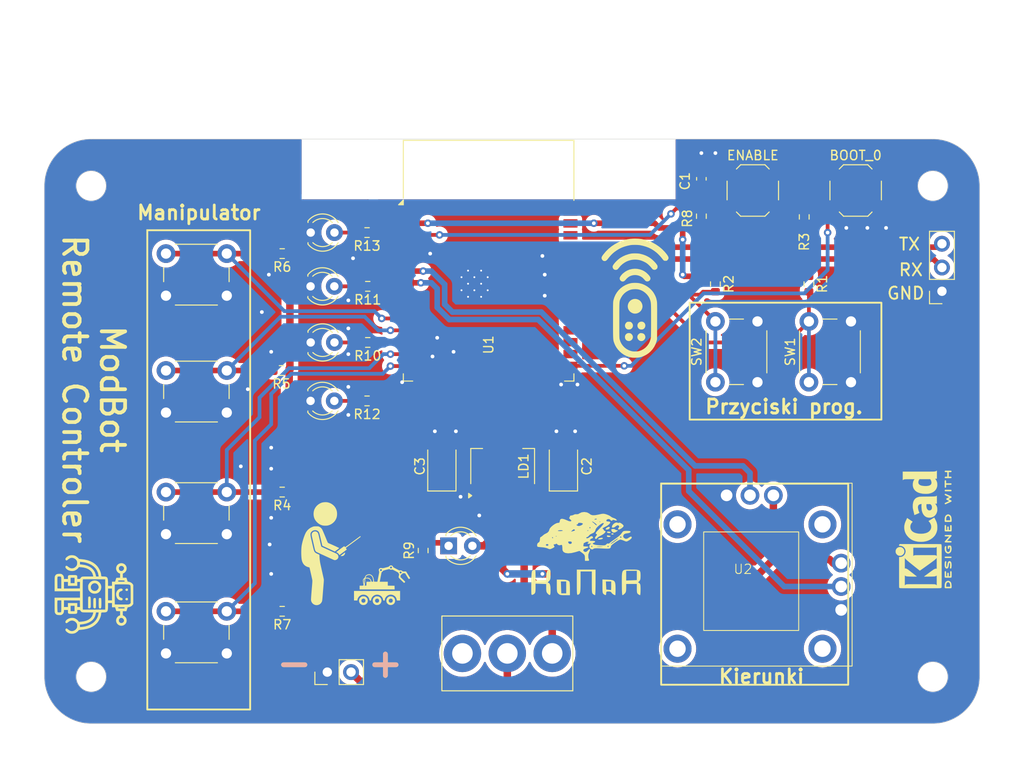
<source format=kicad_pcb>
(kicad_pcb (version 20240108) (generator "pcbnew") (generator_version "8.0")
  (layers (0 "F.Cu" signal) (31 "B.Cu" signal) (34 "B.Paste" user) (35 "F.Paste" user) (36 "B.SilkS" user "B.Silkscreen") (37 "F.SilkS" user "F.Silkscreen") (38 "B.Mask" user) (39 "F.Mask" user) (44 "Edge.Cuts" user))
  (net 0 "")
  (net 1 "GND")
  (net 4 "EN")
  (net 11 "+3V3")
  (net 14 "Net-(SW3A-C)")
  (net 20 "Net-(3v3_dioda1-K)")
  (net 21 "Net-(SW2A-C)")
  (net 22 "Net-(SW1A-C)")
  (net 24 "Net-(LD1-VIN)")
  (net 25 "Net-(BAT_GND1-Pin_2)")
  (net 26 "LED1")
  (net 29 "Net-(3v3_dioda2-A)")
  (net 30 "Net-(3v3_dioda3-A)")
  (net 31 "Net-(3v3_dioda4-A)")
  (net 32 "Net-(3v3_dioda5-A)")
  (net 33 "LED3")
  (net 34 "LED4")
  (net 35 "LED2")
  (net 38 "POT_1")
  (net 39 "POT_2")
  (net 40 "B1")
  (net 41 "B2")
  (net 42 "B3")
  (net 43 "B4")
  (net 44 "RX")
  (net 45 "TX")
  (footprint "Resistor_SMD:R_0603_1608Metric" (layer "F.Cu") (at 69.425 98.25 180)
    (property "Reference" "R4" (at 0 -1.43 180) (layer "F.SilkS"))
    (property "Value" "10k")
    (pad "1" smd roundrect (at -0.825 0 180) (size 0.8 0.95) (layers "F.Cu" "F.Paste" "F.Mask") (net 11 "+3V3"))
    (pad "2" smd roundrect (at 0.825 0 180) (size 0.8 0.95) (layers "F.Cu" "F.Paste" "F.Mask") (net 40 "B1"))
  )
  (footprint "Resistor_SMD:R_0603_1608Metric" (layer "F.Cu") (at 114.25 68.75 90)
    (property "Reference" "R8" (at -0.25 -1.5 -90) (layer "F.SilkS"))
    (property "Value" "10k")
    (pad "1" smd roundrect (at -0.825 0 90) (size 0.8 0.95) (layers "F.Cu" "F.Paste" "F.Mask") (net 11 "+3V3"))
    (pad "2" smd roundrect (at 0.825 0 90) (size 0.8 0.95) (layers "F.Cu" "F.Paste" "F.Mask") (net 4 "EN"))
  )
  (footprint "RF_Module:ESP32-WROOM-32D" (layer "F.Cu") (at 91.5 76.5)
    (property "Reference" "U1" (at 0 6 90) (layer "F.SilkS"))
    (property "Value" "ESP32-WROOM-32E")
    (pad "1" smd rect (at -8.75 -8.25) (size 1.5 0.9) (layers "F.Cu" "F.Paste" "F.Mask") (net 1 "GND"))
    (pad "2" smd rect (at -8.75 -6.98) (size 1.5 0.9) (layers "F.Cu" "F.Paste" "F.Mask") (net 11 "+3V3"))
    (pad "3" smd rect (at -8.75 -5.71) (size 1.5 0.9) (layers "F.Cu" "F.Paste" "F.Mask") (net 4 "EN"))
    (pad "4" smd rect (at -8.75 -4.44) (size 1.5 0.9) (layers "F.Cu" "F.Paste" "F.Mask"))
    (pad "5" smd rect (at -8.75 -3.17) (size 1.5 0.9) (layers "F.Cu" "F.Paste" "F.Mask"))
    (pad "6" smd rect (at -8.75 -1.9) (size 1.5 0.9) (layers "F.Cu" "F.Paste" "F.Mask") (net 38 "POT_1"))
    (pad "7" smd rect (at -8.75 -0.63) (size 1.5 0.9) (layers "F.Cu" "F.Paste" "F.Mask") (net 39 "POT_2"))
    (pad "8" smd rect (at -8.75 0.64) (size 1.5 0.9) (layers "F.Cu" "F.Paste" "F.Mask") (net 35 "LED2"))
    (pad "9" smd rect (at -8.75 1.91) (size 1.5 0.9) (layers "F.Cu" "F.Paste" "F.Mask") (net 33 "LED3"))
    (pad "10" smd rect (at -8.75 3.18) (size 1.5 0.9) (layers "F.Cu" "F.Paste" "F.Mask") (net 42 "B3"))
    (pad "11" smd rect (at -8.75 4.45) (size 1.5 0.9) (layers "F.Cu" "F.Paste" "F.Mask") (net 41 "B2"))
    (pad "12" smd rect (at -8.75 5.72) (size 1.5 0.9) (layers "F.Cu" "F.Paste" "F.Mask") (net 26 "LED1"))
    (pad "13" smd rect (at -8.75 6.99) (size 1.5 0.9) (layers "F.Cu" "F.Paste" "F.Mask") (net 40 "B1"))
    (pad "14" smd rect (at -8.75 8.26) (size 1.5 0.9) (layers "F.Cu" "F.Paste" "F.Mask") (net 43 "B4"))
    (pad "15" smd rect (at -5.71 9.51 90) (size 1.5 0.9) (layers "F.Cu" "F.Paste" "F.Mask") (net 1 "GND"))
    (pad "16" smd rect (at -4.44 9.51 90) (size 1.5 0.9) (layers "F.Cu" "F.Paste" "F.Mask") (net 34 "LED4"))
    (pad "17" smd rect (at -3.17 9.51 90) (size 1.5 0.9) (layers "F.Cu" "F.Paste" "F.Mask"))
    (pad "18" smd rect (at -1.9 9.51 90) (size 1.5 0.9) (layers "F.Cu" "F.Paste" "F.Mask"))
    (pad "19" smd rect (at -0.63 9.51 90) (size 1.5 0.9) (layers "F.Cu" "F.Paste" "F.Mask"))
    (pad "20" smd rect (at 0.64 9.51 90) (size 1.5 0.9) (layers "F.Cu" "F.Paste" "F.Mask"))
    (pad "21" smd rect (at 1.91 9.51 90) (size 1.5 0.9) (layers "F.Cu" "F.Paste" "F.Mask"))
    (pad "22" smd rect (at 3.18 9.51 90) (size 1.5 0.9) (layers "F.Cu" "F.Paste" "F.Mask"))
    (pad "23" smd rect (at 4.45 9.51 90) (size 1.5 0.9) (layers "F.Cu" "F.Paste" "F.Mask"))
    (pad "24" smd rect (at 5.72 9.51 90) (size 1.5 0.9) (layers "F.Cu" "F.Paste" "F.Mask"))
    (pad "25" smd rect (at 8.75 8.26) (size 1.5 0.9) (layers "F.Cu" "F.Paste" "F.Mask") (net 14 "Net-(SW3A-C)"))
    (pad "26" smd rect (at 8.75 6.99) (size 1.5 0.9) (layers "F.Cu" "F.Paste" "F.Mask"))
    (pad "27" smd rect (at 8.75 5.72) (size 1.5 0.9) (layers "F.Cu" "F.Paste" "F.Mask"))
    (pad "28" smd rect (at 8.75 4.45) (size 1.5 0.9) (layers "F.Cu" "F.Paste" "F.Mask"))
    (pad "29" smd rect (at 8.75 3.18) (size 1.5 0.9) (layers "F.Cu" "F.Paste" "F.Mask"))
    (pad "30" smd rect (at 8.75 1.91) (size 1.5 0.9) (layers "F.Cu" "F.Paste" "F.Mask") (net 22 "Net-(SW1A-C)"))
    (pad "31" smd rect (at 8.75 0.64) (size 1.5 0.9) (layers "F.Cu" "F.Paste" "F.Mask") (net 21 "Net-(SW2A-C)"))
    (pad "32" smd rect (at 8.75 -0.63) (size 1.5 0.9) (layers "F.Cu" "F.Paste" "F.Mask"))
    (pad "33" smd rect (at 8.75 -1.9) (size 1.5 0.9) (layers "F.Cu" "F.Paste" "F.Mask"))
    (pad "34" smd rect (at 8.75 -3.17) (size 1.5 0.9) (layers "F.Cu" "F.Paste" "F.Mask") (net 44 "RX"))
    (pad "35" smd rect (at 8.75 -4.44) (size 1.5 0.9) (layers "F.Cu" "F.Paste" "F.Mask") (net 45 "TX"))
    (pad "36" smd rect (at 8.75 -5.71) (size 1.5 0.9) (layers "F.Cu" "F.Paste" "F.Mask"))
    (pad "37" smd rect (at 8.75 -6.98) (size 1.5 0.9) (layers "F.Cu" "F.Paste" "F.Mask"))
    (pad "38" smd rect (at 8.75 -8.25) (size 1.5 0.9) (layers "F.Cu" "F.Paste" "F.Mask") (net 1 "GND"))
    (pad "39" smd rect (at -2.9 -1.93) (size 0.9 0.9) (layers "F.Cu" "F.Paste") (net 1 "GND"))
    (pad "39" thru_hole circle (at -2.9 -1.23) (size 0.6 0.6) (drill 0.2) (property pad_prop_heatsink) (layers "*.Cu" "F.Mask") (net 1 "GND"))
    (pad "39" smd rect (at -2.9 -0.53) (size 0.9 0.9) (layers "F.Cu" "F.Paste") (net 1 "GND"))
    (pad "39" thru_hole circle (at -2.9 0.17) (size 0.6 0.6) (drill 0.2) (property pad_prop_heatsink) (layers "*.Cu" "F.Mask") (net 1 "GND"))
    (pad "39" smd rect (at -2.9 0.87) (size 0.9 0.9) (layers "F.Cu" "F.Paste") (net 1 "GND"))
    (pad "39" thru_hole circle (at -2.2 -1.93) (size 0.6 0.6) (drill 0.2) (property pad_prop_heatsink) (layers "*.Cu" "F.Mask") (net 1 "GND"))
    (pad "39" thru_hole circle (at -2.2 -0.53) (size 0.6 0.6) (drill 0.2) (property pad_prop_heatsink) (layers "*.Cu" "F.Mask") (net 1 "GND"))
    (pad "39" thru_hole circle (at -2.2 0.87) (size 0.6 0.6) (drill 0.2) (property pad_prop_heatsink) (layers "*.Cu" "F.Mask") (net 1 "GND"))
    (pad "39" thru_hole circle (at -1.525 -1.23) (size 0.6 0.6) (drill 0.2) (property pad_prop_heatsink) (layers "*.Cu" "F.Mask") (net 1 "GND"))
    (pad "39" thru_hole circle (at -1.525 0.17) (size 0.6 0.6) (drill 0.2) (property pad_prop_heatsink) (layers "*.Cu" "F.Mask") (net 1 "GND"))
    (pad "39" smd rect (at -1.5 -1.93) (size 0.9 0.9) (layers "F.Cu" "F.Paste") (net 1 "GND"))
    (pad "39" smd rect (at -1.5 -0.53) (size 0.9 0.9) (layers "F.Cu" "F.Paste") (net 1 "GND"))
    (pad "39" smd rect (at -1.5 -0.53) (size 3.8 3.8) (layers "F.Cu" "F.Mask") (net 1 "GND"))
    (pad "39" smd rect (at -1.5 0.87) (size 0.9 0.9) (layers "F.Cu" "F.Paste") (net 1 "GND"))
    (pad "39" thru_hole circle (at -0.8 -1.93) (size 0.6 0.6) (drill 0.2) (property pad_prop_heatsink) (layers "*.Cu" "F.Mask") (net 1 "GND"))
    (pad "39" thru_hole circle (at -0.8 -0.53) (size 0.6 0.6) (drill 0.2) (property pad_prop_heatsink) (layers "*.Cu" "F.Mask") (net 1 "GND"))
    (pad "39" thru_hole circle (at -0.8 0.87) (size 0.6 0.6) (drill 0.2) (property pad_prop_heatsink) (layers "*.Cu" "F.Mask") (net 1 "GND"))
    (pad "39" smd rect (at -0.1 -1.93) (size 0.9 0.9) (layers "F.Cu" "F.Paste") (net 1 "GND"))
    (pad "39" thru_hole circle (at -0.1 -1.23) (size 0.6 0.6) (drill 0.2) (property pad_prop_heatsink) (layers "*.Cu" "F.Mask") (net 1 "GND"))
    (pad "39" smd rect (at -0.1 -0.53) (size 0.9 0.9) (layers "F.Cu" "F.Paste") (net 1 "GND"))
    (pad "39" thru_hole circle (at -0.1 0.17) (size 0.6 0.6) (drill 0.2) (property pad_prop_heatsink) (layers "*.Cu" "F.Mask") (net 1 "GND"))
    (pad "39" smd rect (at -0.1 0.87) (size 0.9 0.9) (layers "F.Cu" "F.Paste") (net 1 "GND"))
    (zone (net 0) (net_name "") (layers "*.Cu") (connect_pads (clearance 0)) (min_thickness 0.254)
      (keepout (tracks not_allowed) (vias not_allowed) (pads not_allowed) (copperpour not_allowed) (footprints not_allowed))
      (fill (thermal_gap 0.508) (thermal_bridge_width 0.508))
      (polygon (pts (xy 71.5 66.95) (xy 111.5 66.95) (xy 111.5 45.76) (xy 71.5 45.76)))
    )
  )
  (footprint "Capacitor_Tantalum_SMD:CP_EIA-3528-21_Kemet-B_Pad1.50x2.35mm_HandSolder" (layer "F.Cu") (at 86.5 95.5 90)
    (property "Reference" "C3" (at 0 -2.35 90) (layer "F.SilkS"))
    (property "Value" "47u")
    (pad "1" smd roundrect (at -1.625 0 90) (size 1.5 2.35) (layers "F.Cu" "F.Paste" "F.Mask") (roundrect_rratio 0.166667) (net 11 "+3V3"))
    (pad "2" smd roundrect (at 1.625 0 90) (size 1.5 2.35) (layers "F.Cu" "F.Paste" "F.Mask") (roundrect_rratio 0.166667) (net 1 "GND"))
  )
  (footprint "Capacitor_SMD:C_0603_1608Metric" (layer "F.Cu") (at 114.25 64.75 -90)
    (property "Reference" "C1" (at 0.25 1.75 90) (layer "F.SilkS"))
    (property "Value" "100n")
    (pad "1" smd roundrect (at -0.775 0 270) (size 0.9 0.95) (layers "F.Cu" "F.Paste" "F.Mask") (net 1 "GND"))
    (pad "2" smd roundrect (at 0.775 0 270) (size 0.9 0.95) (layers "F.Cu" "F.Paste" "F.Mask") (net 4 "EN"))
  )
  (footprint "Button_Switch_THT:SW_PUSH_6mm" (layer "F.Cu") (at 57 72.75)
    (property "Reference" "SW6" (hide yes))
    (property "Value" "SW_Push_Dual_x2" (hide yes))
    (pad "1" thru_hole circle (at 0 0 90) (size 2 2) (drill 1.1) (layers "*.Cu" "*.Mask") (net 42 "B3"))
    (pad "1" thru_hole circle (at 6.5 0 90) (size 2 2) (drill 1.1) (layers "*.Cu" "*.Mask") (net 42 "B3"))
    (pad "2" thru_hole circle (at 0 4.5 90) (size 2 2) (drill 1.1) (layers "*.Cu" "*.Mask") (net 1 "GND"))
    (pad "2" thru_hole circle (at 6.5 4.5 90) (size 2 2) (drill 1.1) (layers "*.Cu" "*.Mask") (net 1 "GND"))
  )
  (footprint "logo:icon_4" (layer "F.Cu") (at 49.25 109.25 -90)
    (property "Reference" "G***" (hide yes))
    (property "Value" "LOGO" (hide yes))
  )
  (footprint "Button_Switch_THT:SW_PUSH_6mm" (layer "F.Cu") (at 57 98.25)
    (property "Reference" "SW4" (hide yes))
    (property "Value" "SW_Push_Dual_x2" (hide yes))
    (pad "1" thru_hole circle (at 0 0 90) (size 2 2) (drill 1.1) (layers "*.Cu" "*.Mask") (net 40 "B1"))
    (pad "1" thru_hole circle (at 6.5 0 90) (size 2 2) (drill 1.1) (layers "*.Cu" "*.Mask") (net 40 "B1"))
    (pad "2" thru_hole circle (at 0 4.5 90) (size 2 2) (drill 1.1) (layers "*.Cu" "*.Mask") (net 1 "GND"))
    (pad "2" thru_hole circle (at 6.5 4.5 90) (size 2 2) (drill 1.1) (layers "*.Cu" "*.Mask") (net 1 "GND"))
  )
  (footprint "Resistor_SMD:R_0603_1608Metric" (layer "F.Cu") (at 69.35 85.25 180)
    (property "Reference" "R5" (at 0 -1.43 180) (layer "F.SilkS"))
    (property "Value" "10k")
    (pad "1" smd roundrect (at -0.825 0 180) (size 0.8 0.95) (layers "F.Cu" "F.Paste" "F.Mask") (net 11 "+3V3"))
    (pad "2" smd roundrect (at 0.825 0 180) (size 0.8 0.95) (layers "F.Cu" "F.Paste" "F.Mask") (net 41 "B2"))
  )
  (footprint "LED_THT:LED_D3.0mm_IRBlack" (layer "F.Cu") (at 72.46 76.25)
    (property "Reference" "3v3_dioda3" (hide yes))
    (property "Value" "IR204A")
    (pad "1" thru_hole rect (at 0 0) (size 1.8 1.8) (drill 0.9) (layers "*.Cu" "*.Mask") (net 1 "GND"))
    (pad "2" thru_hole circle (at 2.54 0) (size 1.8 1.8) (drill 0.9) (layers "*.Cu" "*.Mask") (net 30 "Net-(3v3_dioda3-A)"))
  )
  (footprint "Button_Switch_THT:SW_Slide-03_Wuerth-WS-SLTV_10x2.5x6.4_P2.54mm" (layer "F.Cu") (at 93.5 115.5)
    (property "Reference" "SW8" (hide yes))
    (property "Value" "SW_Wuerth_450301014042" (hide yes))
    (pad "1" thru_hole circle (at 0 0) (size 4 4) (drill 2.2) (layers "*.Cu" "*.Mask") (net 25 "Net-(BAT_GND1-Pin_2)"))
    (pad "2" thru_hole circle (at -4.8 0) (size 4 4) (drill 2.2) (layers "*.Cu" "*.Mask"))
    (pad "3" thru_hole circle (at 4.8 0) (size 4 4) (drill 2.2) (layers "*.Cu" "*.Mask") (net 24 "Net-(LD1-VIN)"))
  )
  (footprint "logo:konar_srednie" (layer "F.Cu") (at 102 105)
    (property "Reference" "G***" (hide yes))
    (property "Value" "LOGO" (hide yes))
  )
  (footprint "Symbol:KiCad-Logo2_5mm_SilkScreen" (layer "F.Cu") (at 138 102.25 90)
    (property "Reference" "REF**" (hide yes))
    (property "Value" "KiCad-Logo2_5mm_SilkScreen" (hide yes))
  )
  (footprint "Button_Switch_THT:SW_PUSH_6mm" (layer "F.Cu") (at 125.75 86.5 90)
    (property "Reference" "SW1" (at 3.25 -2 -90) (layer "F.SilkS"))
    (property "Value" "SW_Push_Dual_x2")
    (pad "1" thru_hole circle (at 0 0 180) (size 2 2) (drill 1.1) (layers "*.Cu" "*.Mask") (net 22 "Net-(SW1A-C)"))
    (pad "1" thru_hole circle (at 6.5 0 180) (size 2 2) (drill 1.1) (layers "*.Cu" "*.Mask") (net 22 "Net-(SW1A-C)"))
    (pad "2" thru_hole circle (at 0 4.5 180) (size 2 2) (drill 1.1) (layers "*.Cu" "*.Mask") (net 1 "GND"))
    (pad "2" thru_hole circle (at 6.5 4.5 180) (size 2 2) (drill 1.1) (layers "*.Cu" "*.Mask") (net 1 "GND"))
  )
  (footprint "Package_TO_SOT_SMD:SOT-223" (layer "F.Cu") (at 93 95.5 90)
    (property "Reference" "LD1" (at 0 2.25 -90) (layer "F.SilkS"))
    (property "Value" "LD1117STR")
    (pad "1" smd roundrect (at -3.15 -2.3 90) (size 2 1.5) (layers "F.Cu" "F.Paste" "F.Mask") (net 1 "GND"))
    (pad "2" smd roundrect (at -3.15 0 90) (size 2 1.5) (layers "F.Cu" "F.Paste" "F.Mask") (net 11 "+3V3"))
    (pad "3" smd roundrect (at -3.15 2.3 90) (size 2 1.5) (layers "F.Cu" "F.Paste" "F.Mask") (net 24 "Net-(LD1-VIN)"))
    (pad "4" smd roundrect (at 3.15 0 90) (size 2 3.8) (layers "F.Cu" "F.Paste" "F.Mask"))
  )
  (footprint "Button_Switch_THT:SW_PUSH_6mm" (layer "F.Cu") (at 57 111)
    (property "Reference" "SW7" (hide yes))
    (property "Value" "SW_Push_Dual_x2" (hide yes))
    (pad "1" thru_hole circle (at 0 0 90) (size 2 2) (drill 1.1) (layers "*.Cu" "*.Mask") (net 43 "B4"))
    (pad "1" thru_hole circle (at 6.5 0 90) (size 2 2) (drill 1.1) (layers "*.Cu" "*.Mask") (net 43 "B4"))
    (pad "2" thru_hole circle (at 0 4.5 90) (size 2 2) (drill 1.1) (layers "*.Cu" "*.Mask") (net 1 "GND"))
    (pad "2" thru_hole circle (at 6.5 4.5 90) (size 2 2) (drill 1.1) (layers "*.Cu" "*.Mask") (net 1 "GND"))
  )
  (footprint "Resistor_SMD:R_0603_1608Metric" (layer "F.Cu") (at 125.75 76 -90)
    (property "Reference" "R1" (at 0 -1.43 90) (layer "F.SilkS"))
    (property "Value" "10k")
    (pad "1" smd roundrect (at -0.825 0 270) (size 0.8 0.95) (layers "F.Cu" "F.Paste" "F.Mask") (net 11 "+3V3"))
    (pad "2" smd roundrect (at 0.825 0 270) (size 0.8 0.95) (layers "F.Cu" "F.Paste" "F.Mask") (net 22 "Net-(SW1A-C)"))
  )
  (footprint "logo:icon_1" (layer "F.Cu") (at 77.25 104.75)
    (property "Reference" "G***" (hide yes))
    (property "Value" "LOGO" (hide yes))
  )
  (footprint "Capacitor_Tantalum_SMD:CP_EIA-3528-21_Kemet-B_Pad1.50x2.35mm_HandSolder" (layer "F.Cu") (at 99.5 95.5 90)
    (property "Reference" "C2" (at 0 2.5 90) (layer "F.SilkS"))
    (property "Value" "47u")
    (pad "1" smd roundrect (at -1.625 0 90) (size 1.5 2.35) (layers "F.Cu" "F.Paste" "F.Mask") (roundrect_rratio 0.166667) (net 24 "Net-(LD1-VIN)"))
    (pad "2" smd roundrect (at 1.625 0 90) (size 1.5 2.35) (layers "F.Cu" "F.Paste" "F.Mask") (roundrect_rratio 0.166667) (net 1 "GND"))
  )
  (footprint "Resistor_SMD:R_0603_1608Metric" (layer "F.Cu") (at 78.575 76.25 180)
    (property "Reference" "R11" (at 0 -1.43 180) (layer "F.SilkS"))
    (property "Value" "220")
    (pad "1" smd roundrect (at -0.825 0 180) (size 0.8 0.95) (layers "F.Cu" "F.Paste" "F.Mask") (net 33 "LED3"))
    (pad "2" smd roundrect (at 0.825 0 180) (size 0.8 0.95) (layers "F.Cu" "F.Paste" "F.Mask") (net 30 "Net-(3v3_dioda3-A)"))
  )
  (footprint "Connector_PinHeader_2.54mm:PinHeader_1x02_P2.54mm_Vertical" (layer "F.Cu") (at 74.25 117.5 90)
    (property "Reference" "BAT_GND1" (hide yes))
    (property "Value" "Conn_01x02_Pin" (hide yes))
    (pad "1" thru_hole rect (at 0 0 90) (size 1.7 1.7) (drill 1) (layers "*.Cu" "*.Mask") (net 1 "GND"))
    (pad "2" thru_hole oval (at 0 2.54 90) (size 1.7 1.7) (drill 1) (layers "*.Cu" "*.Mask") (net 25 "Net-(BAT_GND1-Pin_2)"))
  )
  (footprint "3D161:3D161" (layer "F.Cu") (at 119.449549 108.349549)
    (property "Reference" "U2" (at -0.75 -1.85 0) (layer "F.SilkS") (effects (font (thickness 0.1))))
    (property "Value" "~")
    (pad "1" thru_hole circle (at -2.5 -9.75) (size 2 2) (drill 1.25) (layers "*.Cu" "*.Mask") (net 1 "GND"))
    (pad "2" thru_hole circle (at 0 -9.75) (size 2 2) (drill 1.25) (layers "*.Cu" "*.Mask") (net 38 "POT_1"))
    (pad "3" thru_hole circle (at 2.5 -9.75) (size 2 2) (drill 1.25) (layers "*.Cu" "*.Mask") (net 11 "+3V3"))
    (pad "4" thru_hole circle (at 9.75 -2.5) (size 2 2) (drill 1.25) (layers "*.Cu" "*.Mask") (net 11 "+3V3"))
    (pad "5" thru_hole circle (at 9.75 0) (size 2 2) (drill 1.25) (layers "*.Cu" "*.Mask") (net 39 "POT_2"))
    (pad "6" thru_hole circle (at 9.75 2.5) (size 2 2) (drill 1.25) (layers "*.Cu" "*.Mask") (net 1 "GND"))
    (pad "7" thru_hole circle (at -7.75 -6.65) (size 3 3) (drill 1.75) (layers "*.Cu" "*.Mask"))
    (pad "7" thru_hole circle (at -7.75 6.65) (size 3 3) (drill 1.75) (layers "*.Cu" "*.Mask"))
    (pad "7" thru_hole circle (at 7.75 -6.65) (size 3 3) (drill 1.75) (layers "*.Cu" "*.Mask"))
    (pad "7" thru_hole circle (at 7.75 6.65) (size 3 3) (drill 1.75) (layers "*.Cu" "*.Mask"))
  )
  (footprint "Resistor_SMD:R_0603_1608Metric" (layer "F.Cu") (at 125.25 68.825 90)
    (property "Reference" "R3" (at -2.675 0 -90) (layer "F.SilkS"))
    (property "Value" "10k")
    (pad "1" smd roundrect (at -0.825 0 90) (size 0.8 0.95) (layers "F.Cu" "F.Paste" "F.Mask") (net 11 "+3V3"))
    (pad "2" smd roundrect (at 0.825 0 90) (size 0.8 0.95) (layers "F.Cu" "F.Paste" "F.Mask") (net 14 "Net-(SW3A-C)"))
  )
  (footprint "LED_THT:LED_D3.0mm_IRBlack" (layer "F.Cu") (at 72.475 82.25)
    (property "Reference" "3v3_dioda2" (hide yes))
    (property "Value" "IR204A")
    (pad "1" thru_hole rect (at 0 0) (size 1.8 1.8) (drill 0.9) (layers "*.Cu" "*.Mask") (net 1 "GND"))
    (pad "2" thru_hole circle (at 2.54 0) (size 1.8 1.8) (drill 0.9) (layers "*.Cu" "*.Mask") (net 29 "Net-(3v3_dioda2-A)"))
  )
  (footprint "Resistor_SMD:R_0603_1608Metric" (layer "F.Cu") (at 78.5 88.5 180)
    (property "Reference" "R12" (at 0 -1.43 180) (layer "F.SilkS"))
    (property "Value" "220")
    (pad "1" smd roundrect (at -0.825 0 180) (size 0.8 0.95) (layers "F.Cu" "F.Paste" "F.Mask") (net 34 "LED4"))
    (pad "2" smd roundrect (at 0.825 0 180) (size 0.8 0.95) (layers "F.Cu" "F.Paste" "F.Mask") (net 31 "Net-(3v3_dioda4-A)"))
  )
  (footprint "Resistor_SMD:R_0603_1608Metric" (layer "F.Cu") (at 69.425 72.75 180)
    (property "Reference" "R6" (at 0 -1.43 180) (layer "F.SilkS"))
    (property "Value" "10k")
    (pad "1" smd roundrect (at -0.825 0 180) (size 0.8 0.95) (layers "F.Cu" "F.Paste" "F.Mask") (net 11 "+3V3"))
    (pad "2" smd roundrect (at 0.825 0 180) (size 0.8 0.95) (layers "F.Cu" "F.Paste" "F.Mask") (net 42 "B3"))
  )
  (footprint "Button_Switch_SMD:SW_Push_1P1T_XKB_TS-1187A" (layer "F.Cu") (at 130.75 66 180)
    (property "Reference" "BOOT_0" (at 0 3.75 180) (layer "F.SilkS"))
    (property "Value" "SW_Push_Dual_x2")
    (pad "1" smd rect (at -3 -1.875 180) (size 1 0.75) (layers "F.Cu" "F.Paste" "F.Mask") (net 14 "Net-(SW3A-C)"))
    (pad "1" smd rect (at 3 -1.875 180) (size 1 0.75) (layers "F.Cu" "F.Paste" "F.Mask") (net 14 "Net-(SW3A-C)"))
    (pad "2" smd rect (at -3 1.875 180) (size 1 0.75) (layers "F.Cu" "F.Paste" "F.Mask") (net 1 "GND"))
    (pad "2" smd rect (at 3 1.875 180) (size 1 0.75) (layers "F.Cu" "F.Paste" "F.Mask") (net 1 "GND"))
  )
  (footprint "LED_THT:LED_D3.0mm_IRBlack" (layer "F.Cu") (at 72.46 88.5)
    (property "Reference" "3v3_dioda4" (hide yes))
    (property "Value" "IR204A")
    (pad "1" thru_hole rect (at 0 0) (size 1.8 1.8) (drill 0.9) (layers "*.Cu" "*.Mask") (net 1 "GND"))
    (pad "2" thru_hole circle (at 2.54 0) (size 1.8 1.8) (drill 0.9) (layers "*.Cu" "*.Mask") (net 31 "Net-(3v3_dioda4-A)"))
  )
  (footprint "Resistor_SMD:R_0603_1608Metric" (layer "F.Cu") (at 69.425 111 180)
    (property "Reference" "R7" (at 0 -1.43 180) (layer "F.SilkS"))
    (property "Value" "10k")
    (pad "1" smd roundrect (at -0.825 0 180) (size 0.8 0.95) (layers "F.Cu" "F.Paste" "F.Mask") (net 11 "+3V3"))
    (pad "2" smd roundrect (at 0.825 0 180) (size 0.8 0.95) (layers "F.Cu" "F.Paste" "F.Mask") (net 43 "B4"))
  )
  (footprint "Button_Switch_THT:SW_PUSH_6mm" (layer "F.Cu") (at 115.75 86.5 90)
    (property "Reference" "SW2" (at 3.25 -2 -90) (layer "F.SilkS"))
    (property "Value" "SW_Push_Dual_x2")
    (pad "1" thru_hole circle (at 0 0 180) (size 2 2) (drill 1.1) (layers "*.Cu" "*.Mask") (net 21 "Net-(SW2A-C)"))
    (pad "1" thru_hole circle (at 6.5 0 180) (size 2 2) (drill 1.1) (layers "*.Cu" "*.Mask") (net 21 "Net-(SW2A-C)"))
    (pad "2" thru_hole circle (at 0 4.5 180) (size 2 2) (drill 1.1) (layers "*.Cu" "*.Mask") (net 1 "GND"))
    (pad "2" thru_hole circle (at 6.5 4.5 180) (size 2 2) (drill 1.1) (layers "*.Cu" "*.Mask") (net 1 "GND"))
  )
  (footprint "LED_THT:LED_D3.0mm_IRBlack" (layer "F.Cu") (at 87.225 104)
    (property "Reference" "3v3_dioda1" (hide yes))
    (property "Value" "IR204A")
    (pad "1" thru_hole rect (at 0 0) (size 1.8 1.8) (drill 0.9) (layers "*.Cu" "*.Mask") (net 20 "Net-(3v3_dioda1-K)"))
    (pad "2" thru_hole circle (at 2.54 0) (size 1.8 1.8) (drill 0.9) (layers "*.Cu" "*.Mask") (net 11 "+3V3"))
  )
  (footprint "Resistor_SMD:R_0603_1608Metric" (layer "F.Cu") (at 78.5 70.5 180)
    (property "Reference" "R13" (at 0 -1.43 180) (layer "F.SilkS"))
    (property "Value" "220")
    (pad "1" smd roundrect (at -0.825 0 180) (size 0.8 0.95) (layers "F.Cu" "F.Paste" "F.Mask") (net 35 "LED2"))
    (pad "2" smd roundrect (at 0.825 0 180) (size 0.8 0.95) (layers "F.Cu" "F.Paste" "F.Mask") (net 32 "Net-(3v3_dioda5-A)"))
  )
  (footprint "Connector_PinSocket_2.54mm:PinSocket_1x03_P2.54mm_Vertical" (layer "F.Cu") (at 139.975 76.775 180)
    (property "Reference" "TX_RX_GND1" (hide yes))
    (property "Value" "Conn_01x03_Pin" (hide yes))
    (pad "1" thru_hole rect (at 0 0 180) (size 1.7 1.7) (drill 1) (layers "*.Cu" "*.Mask") (net 1 "GND"))
    (pad "2" thru_hole oval (at 0 2.54 180) (size 1.7 1.7) (drill 1) (layers "*.Cu" "*.Mask") (net 44 "RX"))
    (pad "3" thru_hole oval (at 0 5.08 180) (size 1.7 1.7) (drill 1) (layers "*.Cu" "*.Mask") (net 45 "TX"))
  )
  (footprint "Resistor_SMD:R_0603_1608Metric" (layer "F.Cu") (at 78.575 82.25 180)
    (property "Reference" "R10" (at 0 -1.43 180) (layer "F.SilkS"))
    (property "Value" "220")
    (pad "1" smd roundrect (at -0.825 0 180) (size 0.8 0.95) (layers "F.Cu" "F.Paste" "F.Mask") (net 26 "LED1"))
    (pad "2" smd roundrect (at 0.825 0 180) (size 0.8 0.95) (layers "F.Cu" "F.Paste" "F.Mask") (net 29 "Net-(3v3_dioda2-A)"))
  )
  (footprint "Button_Switch_THT:SW_PUSH_6mm" (layer "F.Cu") (at 57 85.25)
    (property "Reference" "SW5" (hide yes))
    (property "Value" "SW_Push_Dual_x2" (hide yes))
    (pad "1" thru_hole circle (at 0 0 90) (size 2 2) (drill 1.1) (layers "*.Cu" "*.Mask") (net 41 "B2"))
    (pad "1" thru_hole circle (at 6.5 0 90) (size 2 2) (drill 1.1) (layers "*.Cu" "*.Mask") (net 41 "B2"))
    (pad "2" thru_hole circle (at 0 4.5 90) (size 2 2) (drill 1.1) (layers "*.Cu" "*.Mask") (net 1 "GND"))
    (pad "2" thru_hole circle (at 6.5 4.5 90) (size 2 2) (drill 1.1) (layers "*.Cu" "*.Mask") (net 1 "GND"))
  )
  (footprint "Button_Switch_SMD:SW_Push_1P1T_XKB_TS-1187A" (layer "F.Cu") (at 119.75 66)
    (property "Reference" "ENABLE" (at 0 -3.75 0) (layer "F.SilkS"))
    (property "Value" "ENABLE")
    (pad "1" smd rect (at -3 -1.875) (size 1 0.75) (layers "F.Cu" "F.Paste" "F.Mask") (net 1 "GND"))
    (pad "1" smd rect (at 3 -1.875) (size 1 0.75) (layers "F.Cu" "F.Paste" "F.Mask") (net 1 "GND"))
    (pad "2" smd rect (at -3 1.875) (size 1 0.75) (layers "F.Cu" "F.Paste" "F.Mask") (net 4 "EN"))
    (pad "2" smd rect (at 3 1.875) (size 1 0.75) (layers "F.Cu" "F.Paste" "F.Mask") (net 4 "EN"))
  )
  (footprint "logo:icon_3" (layer "F.Cu") (at 107 77.25)
    (property "Reference" "G***" (hide yes))
    (property "Value" "LOGO" (hide yes))
  )
  (footprint "Resistor_SMD:R_0603_1608Metric" (layer "F.Cu") (at 84.5 104.5 -90)
    (property "Reference" "R9" (at 0 1.5 90) (layer "F.SilkS"))
    (property "Value" "220")
    (pad "1" smd roundrect (at -0.825 0 270) (size 0.8 0.95) (layers "F.Cu" "F.Paste" "F.Mask") (net 20 "Net-(3v3_dioda1-K)"))
    (pad "2" smd roundrect (at 0.825 0 270) (size 0.8 0.95) (layers "F.Cu" "F.Paste" "F.Mask") (net 1 "GND"))
  )
  (footprint "LED_THT:LED_D3.0mm_IRBlack" (layer "F.Cu") (at 72.475 70.5)
    (property "Reference" "3v3_dioda5" (hide yes))
    (property "Value" "IR204A")
    (pad "1" thru_hole rect (at 0 0) (size 1.8 1.8) (drill 0.9) (layers "*.Cu" "*.Mask") (net 1 "GND"))
    (pad "2" thru_hole circle (at 2.54 0) (size 1.8 1.8) (drill 0.9) (layers "*.Cu" "*.Mask") (net 32 "Net-(3v3_dioda5-A)"))
  )
  (footprint "Resistor_SMD:R_0603_1608Metric" (layer "F.Cu") (at 115.75 76 -90)
    (property "Reference" "R2" (at 0 -1.43 90) (layer "F.SilkS"))
    (property "Value" "10k")
    (pad "1" smd roundrect (at -0.825 0 270) (size 0.8 0.95) (layers "F.Cu" "F.Paste" "F.Mask") (net 11 "+3V3"))
    (pad "2" smd roundrect (at 0.825 0 270) (size 0.8 0.95) (layers "F.Cu" "F.Paste" "F.Mask") (net 21 "Net-(SW2A-C)"))
  )
  (gr_rect (start 109.949549 97.349549) (end 129.949549 118.849549) (stroke (width 0.2)) (fill none) (layer "F.SilkS"))
  (gr_rect (start 55 70.25) (end 66 121.5) (stroke (width 0.2)) (fill none) (layer "F.SilkS"))
  (gr_rect (start 113 78) (end 133.5 90.5) (stroke (width 0.2)) (fill none) (layer "F.SilkS"))
  (gr_circle (center 49 65.5) (end 50.6 65.5) (stroke (width 0.05)) (fill none) (layer "Edge.Cuts"))
  (gr_line (start 49 60.5) (end 139 60.5) (stroke (width 0.05)) (layer "Edge.Cuts"))
  (gr_line (start 144 65.5) (end 144 118) (stroke (width 0.05)) (layer "Edge.Cuts"))
  (gr_arc (start 144 118) (mid 142.535534 121.535534) (end 139 123) (stroke (width 0.05)) (layer "Edge.Cuts"))
  (gr_circle (center 49 118) (end 50.6 118) (stroke (width 0.05)) (fill none) (layer "Edge.Cuts"))
  (gr_arc (start 44 65.5) (mid 45.464466 61.964466) (end 49 60.5) (stroke (width 0.05)) (layer "Edge.Cuts"))
  (gr_circle (center 139 118) (end 140.6 118) (stroke (width 0.05)) (fill none) (layer "Edge.Cuts"))
  (gr_arc (start 49 123) (mid 45.464466 121.535534) (end 44 118) (stroke (width 0.05)) (layer "Edge.Cuts"))
  (gr_line (start 44 118) (end 44 65.5) (stroke (width 0.05)) (layer "Edge.Cuts"))
  (gr_line (start 139 123) (end 49 123) (stroke (width 0.05)) (layer "Edge.Cuts"))
  (gr_arc (start 139 60.5) (mid 142.535534 61.964466) (end 144 65.5) (stroke (width 0.05)) (layer "Edge.Cuts"))
  (gr_circle (center 139 65.5) (end 140.6 65.5) (stroke (width 0.05)) (fill none) (layer "Edge.Cuts"))
  (gr_text "-" (at 68.525 118.25 0) (layer "B.SilkS") (effects (font (size 3 3) (thickness 0.5) (bold yes)) (justify left bottom)))
  (gr_text "+" (at 78.275 118.25 0) (layer "B.SilkS") (effects (font (size 3 3) (thickness 0.5) (bold yes)) (justify left bottom)))
  (gr_text "ModBot\nRemote Controler" (at 49.25 87.25 -90) (layer "F.SilkS") (effects (font (size 2.5 2.5) (thickness 0.4))))
  (gr_text "TX" (at 135.25 72.5 0) (layer "F.SilkS") (effects (font (size 1.3 1.3) (thickness 0.2) (bold yes)) (justify left bottom)))
  (gr_text "Manipulator" (at 53.75 69.25 0) (layer "F.SilkS") (effects (font (size 1.5 1.5) (thickness 0.3) (bold yes)) (justify left bottom)))
  (gr_text "RX" (at 135.25 75.25 0) (layer "F.SilkS") (effects (font (size 1.3 1.3) (thickness 0.2) (bold yes)) (justify left bottom)))
  (gr_text "Kierunki\n" (at 115.949549 118.849549 0) (layer "F.SilkS") (effects (font (size 1.5 1.5) (thickness 0.3) (bold yes)) (justify left bottom)))
  (gr_text "-" (at 68.525 118.25 0) (layer "F.SilkS") (effects (font (size 3 3) (thickness 0.5) (bold yes)) (justify left bottom)))
  (gr_text "+" (at 78.275 118.25 0) (layer "F.SilkS") (effects (font (size 3 3) (thickness 0.5) (bold yes)) (justify left bottom)))
  (gr_text "GND\n" (at 134 77.75 0) (layer "F.SilkS") (effects (font (size 1.3 1.3) (thickness 0.2) (bold yes)) (justify left bottom)))
  (gr_text "Przyciski prog." (at 114.5 90 0) (layer "F.SilkS") (effects (font (size 1.5 1.5) (thickness 0.3) (bold yes)) (justify left bottom)))
  (via (at 129.75 70) (size 0.8) (drill 0.4) (layers "F.Cu" "B.Cu") (net 1))
  (via (at 76.5 90) (size 0.8) (drill 0.4) (layers "F.Cu" "B.Cu") (net 1))
  (via (at 114.25 62) (size 0.8) (drill 0.4) (layers "F.Cu" "B.Cu") (net 1))
  (via (at 68.25 95.75) (size 0.8) (drill 0.4) (layers "F.Cu" "B.Cu") (net 1))
  (via (at 98.75 91.75) (size 0.8) (drill 0.4) (layers "F.Cu" "B.Cu") (net 1))
  (via (at 99.25 86.75) (size 0.8) (drill 0.4) (layers "F.Cu" "B.Cu") (net 1))
  (via (at 67.25 79) (size 0.8) (drill 0.4) (layers "F.Cu" "B.Cu") (net 1))
  (via (at 101 86.75) (size 0.8) (drill 0.4) (layers "F.Cu" "B.Cu") (net 1))
  (via (at 68.25 83.25) (size 0.8) (drill 0.4) (layers "F.Cu" "B.Cu") (net 1))
  (via (at 115.75 62) (size 0.8) (drill 0.4) (layers "F.Cu" "B.Cu") (net 1))
  (via (at 68.25 93.5) (size 0.8) (drill 0.4) (layers "F.Cu" "B.Cu") (net 1))
  (via (at 76.5 80.75) (size 0.8) (drill 0.4) (layers "F.Cu" "B.Cu") (net 1))
  (via (at 132 70) (size 0.8) (drill 0.4) (layers "F.Cu" "B.Cu") (net 1))
  (via (at 76.5 77.75) (size 0.8) (drill 0.4) (layers "F.Cu" "B.Cu") (net 1))
  (via (at 88.5 98.75) (size 0.8) (drill 0.4) (layers "F.Cu" "B.Cu") (net 1))
  (via (at 68.085102 103.851134) (size 0.8) (drill 0.4) (layers "F.Cu" "B.Cu") (net 1))
  (via (at 85.25 72.75) (size 0.8) (drill 0.4) (layers "F.Cu" "B.Cu") (net 1))
  (via (at 97.5 75) (size 0.8) (drill 0.4) (layers "F.Cu" "B.Cu") (net 1))
  (via (at 85.5 83.75) (size 0.8) (drill 0.4) (layers "F.Cu" "B.Cu") (net 1))
  (via (at 85.75 91.75) (size 0.8) (drill 0.4) (layers "F.Cu" "B.Cu") (net 1))
  (via (at 77 73.25) (size 0.8) (drill 0.4) (layers "F.Cu" "B.Cu") (net 1))
  (via (at 86 81.75) (size 0.8) (drill 0.4) (layers "F.Cu" "B.Cu") (net 1))
  (via (at 82.25 86.5) (size 0.8) (drill 0.4) (layers "F.Cu" "B.Cu") (net 1))
  (via (at 68 75) (size 0.8) (drill 0.4) (layers "F.Cu" "B.Cu") (net 1))
  (via (at 97.25 73) (size 0.8) (drill 0.4) (layers "F.Cu" "B.Cu") (net 1))
  (via (at 87.75 83.25) (size 0.8) (drill 0.4) (layers "F.Cu" "B.Cu") (net 1))
  (via (at 76.5 83.5) (size 0.8) (drill 0.4) (layers "F.Cu" "B.Cu") (net 1))
  (via (at 68.25 101) (size 0.8) (drill 0.4) (layers "F.Cu" "B.Cu") (net 1))
  (via (at 76.5 87) (size 0.8) (drill 0.4) (layers "F.Cu" "B.Cu") (net 1))
  (via (at 65 95.5) (size 0.8) (drill 0.4) (layers "F.Cu" "B.Cu") (net 1))
  (via (at 100.75 91.75) (size 0.8) (drill 0.4) (layers "F.Cu" "B.Cu") (net 1))
  (via (at 90.5 100.75) (size 0.8) (drill 0.4) (layers "F.Cu" "B.Cu") (net 1))
  (via (at 134 70) (size 0.8) (drill 0.4) (layers "F.Cu" "B.Cu") (net 1))
  (via (at 65.75 87.25) (size 0.8) (drill 0.4) (layers "F.Cu" "B.Cu") (net 1))
  (via (at 88 91.75) (size 0.8) (drill 0.4) (layers "F.Cu" "B.Cu") (net 1))
  (via (at 68.25 107) (size 0.8) (drill 0.4) (layers "F.Cu" "B.Cu") (net 1))
  (via (at 97.5 77.25) (size 0.8) (drill 0.4) (layers "F.Cu" "B.Cu") (net 1))
  (segment (start 111.575 67.925) (end 114.25 67.925) (width 0.4) (layer "F.Cu") (net 4))
  (segment (start 116.75 67.875) (end 122.75 67.875) (width 0.4) (layer "F.Cu") (net 4))
  (segment (start 111 68.5) (end 111.575 67.925) (width 0.4) (layer "F.Cu") (net 4))
  (segment (start 116.7 67.925) (end 116.75 67.875) (width 0.4) (layer "F.Cu") (net 4))
  (segment (start 114.25 67.925) (end 116.7 67.925) (width 0.4) (layer "F.Cu") (net 4))
  (segment (start 114.25 67.925) (end 114.25 65.525) (width 0.4) (layer "F.Cu") (net 4))
  (segment (start 86.25 70.75) (end 82.79 70.75) (width 0.4) (layer "F.Cu") (net 4))
  (segment (start 82.79 70.75) (end 82.75 70.79) (width 0.4) (layer "F.Cu") (net 4))
  (via (at 86.25 70.75) (size 0.8) (drill 0.4) (layers "F.Cu" "B.Cu") (net 4))
  (via (at 111 68.5) (size 0.8) (drill 0.4) (layers "F.Cu" "B.Cu") (net 4))
  (segment (start 108.75 70.75) (end 111 68.5) (width 0.4) (layer "B.Cu") (net 4))
  (segment (start 102 70.75) (end 102.75 70.75) (width 0.4) (layer "B.Cu") (net 4))
  (segment (start 102.75 70.75) (end 108.75 70.75) (width 0.4) (layer "B.Cu") (net 4))
  (segment (start 86.25 70.75) (end 102 70.75) (width 0.4) (layer "B.Cu") (net 4))
  (segment (start 127.949549 105.449549) (end 121.949549 105.449549) (width 0.8) (layer "F.Cu") (net 11))
  (segment (start 125.175 69.575) (end 125.25 69.65) (width 0.6) (layer "F.Cu") (net 11))
  (segment (start 70.175 97.675) (end 70.175 88.75) (width 0.8) (layer "F.Cu") (net 11))
  (segment (start 109.75 70) (end 109.25 69.5) (width 0.6) (layer "F.Cu") (net 11))
  (segment (start 70.175 85.25) (end 70.175 84.825) (width 0.6) (layer "F.Cu") (net 11))
  (segment (start 78.6 67.35) (end 80.77 69.52) (width 0.8) (layer "F.Cu") (net 11))
  (segment (start 80.77 69.52) (end 82.75 69.52) (width 0.8) (layer "F.Cu") (net 11))
  (segment (start 121.949549 105.449549) (end 121.949549 98.599549) (width 0.8) (layer "F.Cu") (net 11))
  (segment (start 70.25 72.75) (end 70.25 68.75) (width 0.8) (layer "F.Cu") (net 11))
  (segment (start 112.25 71.25) (end 112.25 70.25) (width 0.6) (layer "F.Cu") (net 11))
  (segment (start 70.175 92.675) (end 70.175 88.75) (width 0.8) (layer "F.Cu") (net 11))
  (segment (start 114.25 69.575) (end 125.175 69.575) (width 0.6) (layer "F.Cu") (net 11))
  (segment (start 93 105.25) (end 93 102) (width 0.8) (layer "F.Cu") (net 11))
  (segment (start 125.75 75.175) (end 115.75 75.175) (width 0.6) (layer "F.Cu") (net 11))
  (segment (start 86.5 97.125) (end 74.625 97.125) (width 0.8) (layer "F.Cu") (net 11))
  (segment (start 89.25 95.75) (end 87.875 97.125) (width 0.8) (layer "F.Cu") (net 11))
  (segment (start 92.25 95.75) (end 89.25 95.75) (width 0.8) (layer "F.Cu") (net 11))
  (segment (start 114.25 69.575) (end 113.175 69.575) (width 0.6) (layer "F.Cu") (net 11))
  (segment (start 115.75 75.175) (end 112.425 75.175) (width 0.6) (layer "F.Cu") (net 11))
  (segment (start 109.25 69.5) (end 102.75 69.5) (width 0.6) (layer "F.Cu") (net 11))
  (segment (start 70.25 111) (end 70.25 98.25) (width 0.8) (layer "F.Cu") (net 11))
  (segment (start 70.25 72.75) (end 70.25 85.175) (width 0.8) (layer "F.Cu") (net 11))
  (segment (start 89.765 104) (end 91 104) (width 0.8) (layer "F.Cu") (net 11))
  (segment (start 112.75 70) (end 112 70) (width 0.6) (layer "F.Cu") (net 11))
  (segment (start 70.25 98.25) (end 70.25 97.75) (width 0.8) (layer "F.Cu") (net 11))
  (segment (start 112 70) (end 109.75 70) (width 0.6) (layer "F.Cu") (net 11))
  (segment (start 85 69.5) (end 82.77 69.5) (width 0.6) (layer "F.Cu") (net 11))
  (segment (start 91 104) (end 93 102) (width 0.8) (layer "F.Cu") (net 11))
  (segment (start 70.175 84.825) (end 70.25 84.75) (width 0.6) (layer "F.Cu") (net 11))
  (segment (start 120.399098 107) (end 121.949549 105.449549) (width 0.8) (layer "F.Cu") (net 11))
  (segment (start 112.25 70.25) (end 112 70) (width 0.6) (layer "F.Cu") (net 11))
  (segment (start 93 98.65) (end 93 96.5) (width 0.8) (layer "F.Cu") (net 11))
  (segment (start 97.25 107) (end 120.399098 107) (width 0.8) (layer "F.Cu") (net 11))
  (segment (start 70.25 97.75) (end 70.175 97.675) (width 0.8) (layer "F.Cu") (net 11))
  (segment (start 70.175 88.75) (end 70.175 85.25) (width 0.8) (layer "F.Cu") (net 11))
  (segment (start 74.625 97.125) (end 70.175 92.675) (width 0.8) (layer "F.Cu") (net 11))
  (segment (start 129.199549 105.849549) (end 128.349549 105.849549) (width 0.8) (layer "F.Cu") (net 11))
  (segment (start 93 96.5) (end 92.25 95.75) (width 0.8) (layer "F.Cu") (net 11))
  (segment (start 70.25 68.75) (end 71.65 67.35) (width 0.8) (layer "F.Cu") (net 11))
  (segment (start 71.65 67.35) (end 78.6 67.35) (width 0.8) (layer "F.Cu") (net 11))
  (segment (start 93 106.5) (end 93.5 107) (width 0.8) (layer "F.Cu") (net 11))
  (segment (start 82.77 69.5) (end 82.75 69.52) (width 0.6) (layer "F.Cu") (net 11))
  (segment (start 128.349549 105.849549) (end 127.949549 105.449549) (width 0.8) (layer "F.Cu") (net 11))
  (segment (start 70.25 85.175) (end 70.175 85.25) (width 0.8) (layer "F.Cu") (net 11))
  (segment (start 113.175 69.575) (end 112.75 70) (width 0.6) (layer "F.Cu") (net 11))
  (segment (start 87.875 97.125) (end 86.5 97.125) (width 0.8) (layer "F.Cu") (net 11))
  (segment (start 112.425 75.175) (end 112.25 75) (width 0.6) (layer "F.Cu") (net 11))
  (segment (start 93 105.25) (end 93 106.5) (width 0.8) (layer "F.Cu") (net 11))
  (segment (start 93 102) (end 93 98.65) (width 0.8) (layer "F.Cu") (net 11))
  (via (at 85 69.5) (size 0.8) (drill 0.4) (layers "F.Cu" "B.Cu") (net 11))
  (via (at 112.25 71.25) (size 0.8) (drill 0.4) (layers "F.Cu" "B.Cu") (net 11))
  (via (at 93.5 107) (size 0.8) (drill 0.4) (layers "F.Cu" "B.Cu") (net 11))
  (via (at 97.25 107) (size 0.8) (drill 0.4) (layers "F.Cu" "B.Cu") (net 11))
  (via (at 102.75 69.5) (size 0.8) (drill 0.4) (layers "F.Cu" "B.Cu") (net 11))
  (via (at 112.25 75) (size 0.8) (drill 0.4) (layers "F.Cu" "B.Cu") (net 11))
  (segment (start 93.5 107) (end 97.25 107) (width 0.8) (layer "B.Cu") (net 11))
  (segment (start 102.75 69.5) (end 102 69.5) (width 0.6) (layer "B.Cu") (net 11))
  (segment (start 102 69.5) (end 85 69.5) (width 0.6) (layer "B.Cu") (net 11))
  (segment (start 112.25 75) (end 112.25 71.25) (width 0.6) (layer "B.Cu") (net 11))
  (segment (start 100.26 84.75) (end 100.25 84.76) (width 0.4) (layer "F.Cu") (net 14))
  (segment (start 127.75 67.875) (end 127.75 70.5) (width 0.4) (layer "F.Cu") (net 14))
  (segment (start 127.625 68) (end 127.75 67.875) (width 0.4) (layer "F.Cu") (net 14))
  (segment (start 106 84.75) (end 100.26 84.75) (width 0.4) (layer "F.Cu") (net 14))
  (segment (start 133.75 67.875) (end 127.75 67.875) (width 0.4) (layer "F.Cu") (net 14))
  (segment (start 125.25 68) (end 127.625 68) (width 0.4) (layer "F.Cu") (net 14))
  (via (at 106 84.75) (size 0.8) (drill 0.4) (layers "F.Cu" "B.Cu") (net 14))
  (via (at 127.75 70.5) (size 0.8) (drill 0.4) (layers "F.Cu" "B.Cu") (net 14))
  (segment (start 114.5 77) (end 125.25 77) (width 0.4) (layer "B.Cu") (net 14))
  (segment (start 125.25 77) (end 127.75 74.5) (width 0.4) (layer "B.Cu") (net 14))
  (segment (start 127.75 74.5) (end 127.75 70.5) (width 0.4) (layer "B.Cu") (net 14))
  (segment (start 106 84.75) (end 106.75 84.75) (width 0.4) (layer "B.Cu") (net 14))
  (segment (start 106.75 84.75) (end 114.5 77) (width 0.4) (layer "B.Cu") (net 14))
  (segment (start 84.5 103.675) (end 86.9 103.675) (width 0.6) (layer "F.Cu") (net 20))
  (segment (start 86.9 103.675) (end 87.225 104) (width 0.6) (layer "F.Cu") (net 20))
  (segment (start 115.75 80) (end 114.16 78.41) (width 0.4) (layer "F.Cu") (net 21))
  (segment (start 115.75 76.825) (end 114.425 76.825) (width 0.4) (layer "F.Cu") (net 21))
  (segment (start 100.25 77.14) (end 112.89 77.14) (width 0.4) (layer "F.Cu") (net 21))
  (segment (start 114.425 76.825) (end 114.11 77.14) (width 0.4) (layer "F.Cu") (net 21))
  (segment (start 114.11 77.14) (end 112.89 77.14) (width 0.4) (layer "F.Cu") (net 21))
  (segment (start 112.89 77.14) (end 115.75 80) (width 0.4) (layer "F.Cu") (net 21))
  (segment (start 115.75 86.5) (end 115.75 80) (width 0.4) (layer "B.Cu") (net 21))
  (segment (start 123.5 82.25) (end 125.75 80) (width 0.4) (layer "F.Cu") (net 22))
  (segment (start 114.5 82.25) (end 123.5 82.25) (width 0.4) (layer "F.Cu") (net 22))
  (segment (start 110.66 78.41) (end 114.5 82.25) (width 0.4) (layer "F.Cu") (net 22))
  (segment (start 100.25 78.41) (end 110.66 78.41) (width 0.4) (layer "F.Cu") (net 22))
  (segment (start 125.75 80) (end 125.75 76.825) (width 0.4) (layer "F.Cu") (net 22))
  (segment (start 125.75 86.5) (end 125.75 80) (width 0.4) (layer "B.Cu") (net 22))
  (segment (start 95.3 98.65) (end 97.975 98.65) (width 0.8) (layer "F.Cu") (net 24))
  (segment (start 95.3 98.65) (end 95.3 108.3) (width 0.8) (layer "F.Cu") (net 24))
  (segment (start 95.3 108.3) (end 98.3 111.3) (width 0.8) (layer "F.Cu") (net 24))
  (segment (start 98.3 111.3) (end 98.3 115.5) (width 0.8) (layer "F.Cu") (net 24))
  (segment (start 97.975 98.65) (end 99.5 97.125) (width 0.8) (layer "F.Cu") (net 24))
  (segment (start 92 120) (end 93.5 118.5) (width 0.8) (layer "F.Cu") (net 25))
  (segment (start 79.29 120) (end 92 120) (width 0.8) (layer "F.Cu") (net 25))
  (segment (start 76.79 117.5) (end 79.29 120) (width 0.8) (layer "F.Cu") (net 25))
  (segment (start 93.5 118.5) (end 93.5 115.5) (width 0.8) (layer "F.Cu") (net 25))
  (segment (start 79.4 82.25) (end 82.72 82.25) (width 0.4) (layer "F.Cu") (net 26))
  (segment (start 82.72 82.25) (end 82.75 82.22) (width 0.4) (layer "F.Cu") (net 26))
  (segment (start 77.75 82.25) (end 75.015 82.25) (width 0.4) (layer "F.Cu") (net 29))
  (segment (start 77.75 76.25) (end 75 76.25) (width 0.4) (layer "F.Cu") (net 30))
  (segment (start 77.675 88.5) (end 75 88.5) (width 0.4) (layer "F.Cu") (net 31))
  (segment (start 77.675 70.5) (end 75.015 70.5) (width 0.4) (layer "F.Cu") (net 32))
  (segment (start 82.748957 78.408957) (end 82.75 78.41) (width 0.4) (layer "F.Cu") (net 33))
  (segment (start 82.75 78.41) (end 81.56 78.41) (width 0.4) (layer "F.Cu") (net 33))
  (segment (start 81.56 78.41) (end 79.4 76.25) (width 0.4) (layer "F.Cu") (net 33))
  (segment (start 87.06 87.94) (end 87.06 86.01) (width 0.4) (layer "F.Cu") (net 34))
  (segment (start 79.325 88.5) (end 86.5 88.5) (width 0.4) (layer "F.Cu") (net 34))
  (segment (start 86.5 88.5) (end 87.06 87.94) (width 0.4) (layer "F.Cu") (net 34))
  (segment (start 80.75 74.75) (end 79.325 73.325) (width 0.4) (layer "F.Cu") (net 35))
  (segment (start 81.39 77.14) (end 80.75 76.5) (width 0.4) (layer "F.Cu") (net 35))
  (segment (start 82.746563 77.136563) (end 82.75 77.14) (width 0.4) (layer "F.Cu") (net 35))
  (segment (start 79.325 73.325) (end 79.325 70.5) (width 0.4) (layer "F.Cu") (net 35))
  (segment (start 80.75 76.5) (end 80.75 74.75) (width 0.4) (layer "F.Cu") (net 35))
  (segment (start 82.75 77.14) (end 81.39 77.14) (width 0.4) (layer "F.Cu") (net 35))
  (segment (start 82.738267 74.611733) (end 82.75 74.6) (width 0.4) (layer "F.Cu") (net 38))
  (segment (start 84.5 74.61912) (end 82.76912 74.61912) (width 0.6) (layer "F.Cu") (net 38))
  (segment (start 82.76912 74.61912) (end 82.75 74.6) (width 0.4) (layer "F.Cu") (net 38))
  (via (at 84.5 74.61912) (size 0.8) (drill 0.4) (layers "F.Cu" "B.Cu") (net 38))
  (segment (start 86.8 78.16863) (end 86.8 76.05) (width 0.6) (layer "B.Cu") (net 38))
  (segment (start 85.36912 74.61912) (end 84.5 74.61912) (width 0.6) (layer "B.Cu") (net 38))
  (segment (start 87.63137 79) (end 86.8 78.16863) (width 0.6) (layer "B.Cu") (net 38))
  (segment (start 97.13137 79) (end 87.63137 79) (width 0.6) (layer "B.Cu") (net 38))
  (segment (start 119.449549 96.199549) (end 118.699549 95.449549) (width 0.6) (layer "B.Cu") (net 38))
  (segment (start 119.449549 98.599549) (end 119.449549 96.199549) (width 0.6) (layer "B.Cu") (net 38))
  (segment (start 118.699549 95.449549) (end 113.580919 95.449549) (width 0.6) (layer "B.Cu") (net 38))
  (segment (start 86.8 76.05) (end 85.36912 74.61912) (width 0.6) (layer "B.Cu") (net 38))
  (segment (start 113.580919 95.449549) (end 97.13137 79) (width 0.6) (layer "B.Cu") (net 38))
  (segment (start 84.25 75.87) (end 82.75 75.87) (width 0.6) (layer "F.Cu") (net 39))
  (via (at 84.25 75.87) (size 0.8) (drill 0.4) (layers "F.Cu" "B.Cu") (net 39))
  (segment (start 96.8 79.8) (end 112.900451 95.900451) (width 0.6) (layer "B.Cu") (net 39))
  (segment (start 86 78.5) (end 87.3 79.8) (width 0.6) (layer "B.Cu") (net 39))
  (segment (start 85.37 75.87) (end 86 76.5) (width 0.6) (layer "B.Cu") (net 39))
  (segment (start 86 76.5) (end 86 78.5) (width 0.6) (layer "B.Cu") (net 39))
  (segment (start 123.099549 108.349549) (end 129.199549 108.349549) (width 0.6) (layer "B.Cu") (net 39))
  (segment (start 84.25 75.87) (end 85.37 75.87) (width 0.6) (layer "B.Cu") (net 39))
  (segment (start 112.900451 95.900451) (end 112.900451 98.150451) (width 0.6) (layer "B.Cu") (net 39))
  (segment (start 87.3 79.8) (end 96.8 79.8) (width 0.6) (layer "B.Cu") (net 39))
  (segment (start 112.900451 98.150451) (end 123.099549 108.349549) (width 0.6) (layer "B.Cu") (net 39))
  (segment (start 81 83.5) (end 82.74 83.5) (width 0.4) (layer "F.Cu") (net 40))
  (segment (start 82.74 83.5) (end 82.75 83.49) (width 0.4) (layer "F.Cu") (net 40))
  (segment (start 57 98.25) (end 63.5 98.25) (width 0.6) (layer "F.Cu") (net 40))
  (segment (start 63.5 98.25) (end 68.6 98.25) (width 0.6) (layer "F.Cu") (net 40))
  (via (at 81 83.5) (size 0.8) (drill 0.4) (layers "F.Cu" "B.Cu") (net 40))
  (segment (start 67 90.25) (end 63.5 93.75) (width 0.4) (layer "B.Cu") (net 40))
  (segment (start 81 83.5) (end 80.234239 83.5) (width 0.4) (layer "B.Cu") (net 40))
  (segment (start 63.5 98.25) (end 63.75 98) (width 0.4) (layer "B.Cu") (net 40))
  (segment (start 80.234239 83.5) (end 78.734239 85) (width 0.4) (layer "B.Cu") (net 40))
  (segment (start 78.734239 85) (end 70.151472 85) (width 0.4) (layer "B.Cu") (net 40))
  (segment (start 63.5 93.75) (end 63.5 98.25) (width 0.4) (layer "B.Cu") (net 40))
  (segment (start 70.151472 85) (end 67 88.151472) (width 0.4) (layer "B.Cu") (net 40))
  (segment (start 67 88.151472) (end 67 90.25) (width 0.4) (layer "B.Cu") (net 40))
  (segment (start 81 80.953302) (end 82.746698 80.953302) (width 0.4) (layer "F.Cu") (net 41))
  (segment (start 63.5 85.25) (end 68.525 85.25) (width 0.6) (layer "F.Cu") (net 41))
  (segment (start 82.746698 80.953302) (end 82.75 80.95) (width 0.4) (layer "F.Cu") (net 41))
  (segment (start 57 85.25) (end 63.5 85.25) (width 0.6) (layer "F.Cu") (net 41))
  (via (at 81 80.953302) (size 0.8) (drill 0.4) (layers "F.Cu" "B.Cu") (net 41))
  (segment (start 79.703302 80.953302) (end 78.25 79.5) (width 0.4) (layer "B.Cu") (net 41))
  (segment (start 78.25 79.5) (end 69.25 79.5) (width 0.4) (layer "B.Cu") (net 41))
  (segment (start 69.25 79.5) (end 63.5 85.25) (width 0.4) (layer "B.Cu") (net 41))
  (segment (start 81 80.953302) (end 79.703302 80.953302) (width 0.4) (layer "B.Cu") (net 41))
  (segment (start 80.067501 79.683414) (end 82.746586 79.683414) (width 0.4) (layer "F.Cu") (net 42))
  (segment (start 82.746586 79.683414) (end 82.75 79.68) (width 0.4) (layer "F.Cu") (net 42))
  (segment (start 57 72.75) (end 63.5 72.75) (width 0.6) (layer "F.Cu") (net 42))
  (segment (start 63.5 72.75) (end 68.6 72.75) (width 0.6) (layer "F.Cu") (net 42))
  (via (at 80.067501 79.683414) (size 0.8) (drill 0.4) (layers "F.Cu" "B.Cu") (net 42))
  (segment (start 63.5 72.75) (end 69.65 78.9) (width 0.4) (layer "B.Cu") (net 42))
  (segment (start 69.65 78.9) (end 79.284087 78.9) (width 0.4) (layer "B.Cu") (net 42))
  (segment (start 79.284087 78.9) (end 80.067501 79.683414) (width 0.4) (layer "B.Cu") (net 42))
  (segment (start 63.5 111) (end 68.6 111) (width 0.6) (layer "F.Cu") (net 43))
  (segment (start 82.733275 84.776725) (end 82.75 84.76) (width 0.4) (layer "F.Cu") (net 43))
  (segment (start 81 84.776725) (end 82.733275 84.776725) (width 0.4) (layer "F.Cu") (net 43))
  (segment (start 57 111) (end 63.5 111) (width 0.6) (layer "F.Cu") (net 43))
  (via (at 81 84.776725) (size 0.8) (drill 0.4) (layers "F.Cu" "B.Cu") (net 43))
  (segment (start 66.5 108) (end 63.5 111) (width 0.4) (layer "B.Cu") (net 43))
  (segment (start 80.176725 85.6) (end 70.4 85.6) (width 0.4) (layer "B.Cu") (net 43))
  (segment (start 68.25 91) (end 66.5 92.75) (width 0.4) (layer "B.Cu") (net 43))
  (segment (start 68.25 87.75) (end 68.25 91) (width 0.4) (layer "B.Cu") (net 43))
  (segment (start 81 84.776725) (end 80.176725 85.6) (width 0.4) (layer "B.Cu") (net 43))
  (segment (start 66.5 92.75) (end 66.5 108) (width 0.4) (layer "B.Cu") (net 43))
  (segment (start 70.4 85.6) (end 68.25 87.75) (width 0.4) (layer "B.Cu") (net 43))
  (segment (start 100.25 73.33) (end 139.07 73.33) (width 0.6) (layer "F.Cu") (net 44))
  (segment (start 139.07 73.33) (end 139.975 74.235) (width 0.6) (layer "F.Cu") (net 44))
  (segment (start 139.61 72.06) (end 139.975 71.695) (width 0.6) (layer "F.Cu") (net 45))
  (segment (start 100.25 72.06) (end 139.61 72.06) (width 0.6) (layer "F.Cu") (net 45))
  (zone (net 1) (net_name "GND") (layers "F&B.Cu") (connect_pads yes (clearance 0.5)) (min_thickness 0.2) (fill yes (thermal_gap 0.3) (thermal_bridge_width 0.3))
    (polygon (pts (xy 39.25 127.5) (xy 147 127.75) (xy 148.75 53.5) (xy 39.25 53.5)))
  )
)
</source>
